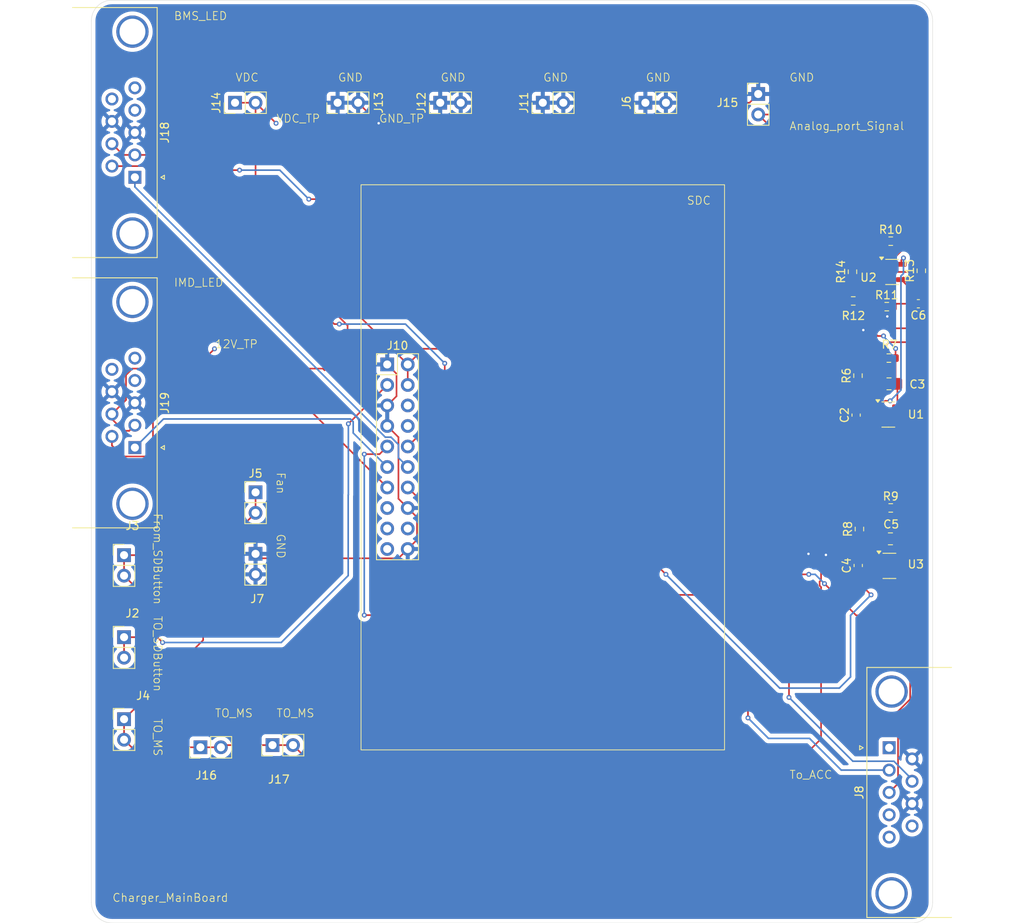
<source format=kicad_pcb>
(kicad_pcb (version 20221018) (generator pcbnew)
  (layers (0 "F.Cu" signal) (31 "B.Cu" signal) (34 "B.Paste" user) (35 "F.Paste" user) (36 "B.SilkS" user "B.Silkscreen") (37 "F.SilkS" user "F.Silkscreen") (38 "B.Mask" user) (39 "F.Mask" user) (44 "Edge.Cuts" user))
  (net 0 "")
  (net 1 "+12V")
  (net 2 "GND")
  (net 3 "+5V")
  (net 4 "Net-(U2--)")
  (net 5 "VDC")
  (net 6 "SDC_TO_SDBUTTON")
  (net 9 "BMS_FAULT")
  (net 10 "BMS_LED")
  (net 11 "IMD_RST")
  (net 12 "BMS_RST")
  (net 13 "IMD_LED")
  (net 14 "IMD_FAULT")
  (net 19 "Net-(U1-ADJ)")
  (net 20 "Net-(U3-ADJ)")
  (net 21 "FAN")
  (net 22 "Net-(U2-+)")
  (net 23 "charger_analog")
  (footprint "Connector_PinHeader_2.54mm:PinHeader_1x02_P2.54mm_Vertical" (layer "F.Cu") (at 4.04 61.12)
    (fp_text reference "J3" (at 1.04 -3.63) (layer "F.SilkS"))
    (fp_text value "Conn_01x02_Pin" hide)
    (pad "1" thru_hole rect (at 0 0) (size 1.7 1.7) (drill 1) (layers "*.Cu" "*.Mask") (net 21 "FAN"))
    (pad "2" thru_hole oval (at 0 2.54) (size 1.7 1.7) (drill 1) (layers "*.Cu" "*.Mask") (net 21 "FAN"))
  )
  (footprint "Connector_Dsub:DSUB-9_Female_Horizontal_P2.77x2.84mm_EdgePinOffset4.94mm_Housed_MountingHolesOffset7.48mm" (layer "F.Cu") (at 5.38 14.315 -90)
    (fp_text reference "J18" (at -5.54 -3.7 90) (layer "F.SilkS"))
    (fp_text value "DB9_5")
    (pad "0" thru_hole circle (at -18.04 0.3 270) (size 4 4) (drill 3.2) (layers "*.Cu" "*.Mask"))
    (pad "0" thru_hole circle (at 6.96 0.3 270) (size 4 4) (drill 3.2) (layers "*.Cu" "*.Mask"))
    (pad "1" thru_hole rect (at 0 0 270) (size 1.6 1.6) (drill 1) (layers "*.Cu" "*.Mask") (net 12 "BMS_RST"))
    (pad "2" thru_hole circle (at -2.77 0 270) (size 1.6 1.6) (drill 1) (layers "*.Cu" "*.Mask") (net 1 "+12V"))
    (pad "3" thru_hole circle (at -5.54 0 270) (size 1.6 1.6) (drill 1) (layers "*.Cu" "*.Mask") (net 2 "GND"))
    (pad "4" thru_hole circle (at -8.31 0 270) (size 1.6 1.6) (drill 1) (layers "*.Cu" "*.Mask"))
    (pad "5" thru_hole circle (at -11.08 0 270) (size 1.6 1.6) (drill 1) (layers "*.Cu" "*.Mask"))
    (pad "6" thru_hole circle (at -1.385 2.84 270) (size 1.6 1.6) (drill 1) (layers "*.Cu" "*.Mask") (net 10 "BMS_LED"))
    (pad "7" thru_hole circle (at -4.155 2.84 270) (size 1.6 1.6) (drill 1) (layers "*.Cu" "*.Mask") (net 1 "+12V"))
    (pad "8" thru_hole circle (at -6.925 2.84 270) (size 1.6 1.6) (drill 1) (layers "*.Cu" "*.Mask") (net 2 "GND"))
    (pad "9" thru_hole circle (at -9.695 2.84 270) (size 1.6 1.6) (drill 1) (layers "*.Cu" "*.Mask"))
  )
  (footprint "Package_TO_SOT_SMD:SOT-23-5" (layer "F.Cu") (at 98.6575 43.7)
    (fp_text reference "U1" (at 3.4225 -0.01) (layer "F.SilkS"))
    (fp_text value "AP2204K-ADJ")
    (pad "1" smd roundrect (at -1.1375 -0.95) (size 1.325 0.6) (layers "F.Cu" "F.Paste" "F.Mask") (net 1 "+12V"))
    (pad "2" smd roundrect (at -1.1375 0) (size 1.325 0.6) (layers "F.Cu" "F.Paste" "F.Mask") (net 2 "GND"))
    (pad "3" smd roundrect (at -1.1375 0.95) (size 1.325 0.6) (layers "F.Cu" "F.Paste" "F.Mask") (net 1 "+12V"))
    (pad "4" smd roundrect (at 1.1375 0.95) (size 1.325 0.6) (layers "F.Cu" "F.Paste" "F.Mask") (net 19 "Net-(U1-ADJ)"))
    (pad "5" smd roundrect (at 1.1375 -0.95) (size 1.325 0.6) (layers "F.Cu" "F.Paste" "F.Mask") (net 3 "+5V"))
  )
  (footprint "Capacitor_SMD:C_0805_2012Metric_Pad1.18x1.45mm_HandSolder" (layer "F.Cu") (at 98.7425 39.9 180)
    (fp_text reference "C3" (at -3.5075 -0.06) (layer "F.SilkS"))
    (fp_text value "10u" hide)
    (pad "1" smd roundrect (at -1.0375 0 180) (size 1.175 1.45) (layers "F.Cu" "F.Paste" "F.Mask") (roundrect_rratio 0.212766) (net 3 "+5V"))
    (pad "2" smd roundrect (at 1.0375 0 180) (size 1.175 1.45) (layers "F.Cu" "F.Paste" "F.Mask") (roundrect_rratio 0.212766) (net 2 "GND"))
  )
  (footprint "Connector_PinHeader_2.54mm:PinHeader_1x02_P2.54mm_Vertical" (layer "F.Cu") (at 17.78 5.08 90)
    (fp_text reference "J14" (at 0 -2.33 90) (layer "F.SilkS"))
    (fp_text value "Conn_01x02_Pin" hide)
    (pad "1" thru_hole rect (at 0 0 90) (size 1.7 1.7) (drill 1) (layers "*.Cu" "*.Mask") (net 5 "VDC"))
    (pad "2" thru_hole oval (at 0 2.54 90) (size 1.7 1.7) (drill 1) (layers "*.Cu" "*.Mask") (net 5 "VDC"))
  )
  (footprint "Capacitor_SMD:C_0603_1608Metric" (layer "F.Cu") (at 102.375 29.98 180)
    (fp_text reference "C6" (at 0 -1.43) (layer "F.SilkS"))
    (fp_text value "100n" hide)
    (pad "1" smd roundrect (at -0.775 0 180) (size 0.9 0.95) (layers "F.Cu" "F.Paste" "F.Mask") (net 4 "Net-(U2--)"))
    (pad "2" smd roundrect (at 0.775 0 180) (size 0.9 0.95) (layers "F.Cu" "F.Paste" "F.Mask") (net 2 "GND"))
  )
  (footprint "Package_TO_SOT_SMD:SOT-23-5" (layer "F.Cu") (at 98.7925 62.45)
    (fp_text reference "U3" (at 3.2675 -0.2) (layer "F.SilkS"))
    (fp_text value "AP2204K-ADJ")
    (pad "1" smd roundrect (at -1.1375 -0.95) (size 1.325 0.6) (layers "F.Cu" "F.Paste" "F.Mask") (net 5 "VDC"))
    (pad "2" smd roundrect (at -1.1375 0) (size 1.325 0.6) (layers "F.Cu" "F.Paste" "F.Mask") (net 2 "GND"))
    (pad "3" smd roundrect (at -1.1375 0.95) (size 1.325 0.6) (layers "F.Cu" "F.Paste" "F.Mask") (net 5 "VDC"))
    (pad "4" smd roundrect (at 1.1375 0.95) (size 1.325 0.6) (layers "F.Cu" "F.Paste" "F.Mask") (net 20 "Net-(U3-ADJ)"))
    (pad "5" smd roundrect (at 1.1375 -0.95) (size 1.325 0.6) (layers "F.Cu" "F.Paste" "F.Mask") (net 1 "+12V"))
  )
  (footprint "Resistor_SMD:R_0603_1608Metric" (layer "F.Cu") (at 98.955 55.27)
    (fp_text reference "R9" (at 0 -1.43) (layer "F.SilkS"))
    (fp_text value "301k")
    (pad "1" smd roundrect (at -0.825 0) (size 0.8 0.95) (layers "F.Cu" "F.Paste" "F.Mask") (net 1 "+12V"))
    (pad "2" smd roundrect (at 0.825 0) (size 0.8 0.95) (layers "F.Cu" "F.Paste" "F.Mask") (net 20 "Net-(U3-ADJ)"))
  )
  (footprint "Connector_Dsub:DSUB-9_Female_Horizontal_P2.77x2.84mm_EdgePinOffset4.94mm_Housed_MountingHolesOffset7.48mm" (layer "F.Cu") (at 98.76 84.975 90)
    (fp_text reference "J8" (at -5.54 -3.7 90) (layer "F.SilkS"))
    (fp_text value "DB9_5")
    (pad "0" thru_hole circle (at -18.04 0.3 90) (size 4 4) (drill 3.2) (layers "*.Cu" "*.Mask"))
    (pad "0" thru_hole circle (at 6.96 0.3 90) (size 4 4) (drill 3.2) (layers "*.Cu" "*.Mask"))
    (pad "1" thru_hole rect (at 0 0 90) (size 1.6 1.6) (drill 1) (layers "*.Cu" "*.Mask"))
    (pad "2" thru_hole circle (at -2.77 0 90) (size 1.6 1.6) (drill 1) (layers "*.Cu" "*.Mask") (net 9 "BMS_FAULT"))
    (pad "3" thru_hole circle (at -5.54 0 90) (size 1.6 1.6) (drill 1) (layers "*.Cu" "*.Mask") (net 1 "+12V"))
    (pad "4" thru_hole circle (at -8.31 0 90) (size 1.6 1.6) (drill 1) (layers "*.Cu" "*.Mask"))
    (pad "5" thru_hole circle (at -11.08 0 90) (size 1.6 1.6) (drill 1) (layers "*.Cu" "*.Mask"))
    (pad "6" thru_hole circle (at -1.385 2.84 90) (size 1.6 1.6) (drill 1) (layers "*.Cu" "*.Mask") (net 2 "GND"))
    (pad "7" thru_hole circle (at -4.155 2.84 90) (size 1.6 1.6) (drill 1) (layers "*.Cu" "*.Mask") (net 14 "IMD_FAULT"))
    (pad "8" thru_hole circle (at -6.925 2.84 90) (size 1.6 1.6) (drill 1) (layers "*.Cu" "*.Mask") (net 2 "GND"))
    (pad "9" thru_hole circle (at -9.695 2.84 90) (size 1.6 1.6) (drill 1) (layers "*.Cu" "*.Mask"))
  )
  (footprint "Resistor_SMD:R_0603_1608Metric" (layer "F.Cu") (at 98.725 36.71 180)
    (fp_text reference "R7" (at -0.075 1.68) (layer "F.SilkS"))
    (fp_text value "301k" hide)
    (pad "1" smd roundrect (at -0.825 0 180) (size 0.8 0.95) (layers "F.Cu" "F.Paste" "F.Mask") (net 3 "+5V"))
    (pad "2" smd roundrect (at 0.825 0 180) (size 0.8 0.95) (layers "F.Cu" "F.Paste" "F.Mask") (net 19 "Net-(U1-ADJ)"))
  )
  (footprint "Capacitor_SMD:C_0805_2012Metric_Pad1.18x1.45mm_HandSolder" (layer "F.Cu") (at 98.9175 59.1 180)
    (fp_text reference "C5" (at -0.0925 1.8) (layer "F.SilkS"))
    (fp_text value "10u" hide)
    (pad "1" smd roundrect (at -1.0375 0 180) (size 1.175 1.45) (layers "F.Cu" "F.Paste" "F.Mask") (roundrect_rratio 0.212766) (net 1 "+12V"))
    (pad "2" smd roundrect (at 1.0375 0 180) (size 1.175 1.45) (layers "F.Cu" "F.Paste" "F.Mask") (roundrect_rratio 0.212766) (net 2 "GND"))
  )
  (footprint "Resistor_SMD:R_0603_1608Metric" (layer "F.Cu") (at 95.08 57.885 90)
    (fp_text reference "R8" (at 0 -1.43 90) (layer "F.SilkS"))
    (fp_text value "100k" hide)
    (pad "1" smd roundrect (at -0.825 0 90) (size 0.8 0.95) (layers "F.Cu" "F.Paste" "F.Mask") (net 2 "GND"))
    (pad "2" smd roundrect (at 0.825 0 90) (size 0.8 0.95) (layers "F.Cu" "F.Paste" "F.Mask") (net 20 "Net-(U3-ADJ)"))
  )
  (footprint "Resistor_SMD:R_0603_1608Metric" (layer "F.Cu") (at 94.315 29.63)
    (fp_text reference "R12" (at 0.015 1.84) (layer "F.SilkS"))
    (fp_text value "10k" hide)
    (pad "1" smd roundrect (at -0.825 0) (size 0.8 0.95) (layers "F.Cu" "F.Paste" "F.Mask") (net 3 "+5V"))
    (pad "2" smd roundrect (at 0.825 0) (size 0.8 0.95) (layers "F.Cu" "F.Paste" "F.Mask") (net 4 "Net-(U2--)"))
  )
  (footprint "Resistor_SMD:R_0603_1608Metric" (layer "F.Cu") (at 98.955 22.23)
    (fp_text reference "R10" (at 0 -1.43) (layer "F.SilkS"))
    (fp_text value "100R" hide)
    (pad "1" smd roundrect (at -0.825 0) (size 0.8 0.95) (layers "F.Cu" "F.Paste" "F.Mask") (net 21 "FAN"))
    (pad "2" smd roundrect (at 0.825 0) (size 0.8 0.95) (layers "F.Cu" "F.Paste" "F.Mask") (net 22 "Net-(U2-+)"))
  )
  (footprint "Resistor_SMD:R_0603_1608Metric" (layer "F.Cu") (at 94.9 38.885 90)
    (fp_text reference "R6" (at 0 -1.43 90) (layer "F.SilkS"))
    (fp_text value "100k" hide)
    (pad "1" smd roundrect (at -0.825 0 90) (size 0.8 0.95) (layers "F.Cu" "F.Paste" "F.Mask") (net 2 "GND"))
    (pad "2" smd roundrect (at 0.825 0 90) (size 0.8 0.95) (layers "F.Cu" "F.Paste" "F.Mask") (net 19 "Net-(U1-ADJ)"))
  )
  (footprint "Connector_PinHeader_2.54mm:PinHeader_1x02_P2.54mm_Vertical" (layer "F.Cu") (at 13.49 84.92 90)
    (fp_text reference "J16" (at -3.48 0.72 180) (layer "F.SilkS"))
    (fp_text value "Conn_01x02_Pin" hide)
    (pad "1" thru_hole rect (at 0 0 90) (size 1.7 1.7) (drill 1) (layers "*.Cu" "*.Mask") (net 21 "FAN"))
    (pad "2" thru_hole oval (at 0 2.54 90) (size 1.7 1.7) (drill 1) (layers "*.Cu" "*.Mask") (net 21 "FAN"))
  )
  (footprint "Connector_PinHeader_2.54mm:PinHeader_1x02_P2.54mm_Vertical" (layer "F.Cu") (at 4.04 71.28)
    (fp_text reference "J2" (at 1.04 -2.95) (layer "F.SilkS"))
    (fp_text value "Conn_01x02_Pin" hide)
    (pad "1" thru_hole rect (at 0 0) (size 1.7 1.7) (drill 1) (layers "*.Cu" "*.Mask") (net 6 "SDC_TO_SDBUTTON"))
    (pad "2" thru_hole oval (at 0 2.54) (size 1.7 1.7) (drill 1) (layers "*.Cu" "*.Mask") (net 6 "SDC_TO_SDBUTTON"))
  )
  (footprint "Connector_Dsub:DSUB-9_Female_Horizontal_P2.77x2.84mm_EdgePinOffset4.94mm_Housed_MountingHolesOffset7.48mm" (layer "F.Cu") (at 5.38 47.795 -90)
    (fp_text reference "J19" (at -5.54 -3.7 90) (layer "F.SilkS"))
    (fp_text value "DB9_5")
    (pad "0" thru_hole circle (at -18.04 0.3 270) (size 4 4) (drill 3.2) (layers "*.Cu" "*.Mask"))
    (pad "0" thru_hole circle (at 6.96 0.3 270) (size 4 4) (drill 3.2) (layers "*.Cu" "*.Mask"))
    (pad "1" thru_hole rect (at 0 0 270) (size 1.6 1.6) (drill 1) (layers "*.Cu" "*.Mask") (net 11 "IMD_RST"))
    (pad "2" thru_hole circle (at -2.77 0 270) (size 1.6 1.6) (drill 1) (layers "*.Cu" "*.Mask") (net 1 "+12V"))
    (pad "3" thru_hole circle (at -5.54 0 270) (size 1.6 1.6) (drill 1) (layers "*.Cu" "*.Mask") (net 2 "GND"))
    (pad "4" thru_hole circle (at -8.31 0 270) (size 1.6 1.6) (drill 1) (layers "*.Cu" "*.Mask"))
    (pad "5" thru_hole circle (at -11.08 0 270) (size 1.6 1.6) (drill 1) (layers "*.Cu" "*.Mask"))
    (pad "6" thru_hole circle (at -1.385 2.84 270) (size 1.6 1.6) (drill 1) (layers "*.Cu" "*.Mask") (net 13 "IMD_LED"))
    (pad "7" thru_hole circle (at -4.155 2.84 270) (size 1.6 1.6) (drill 1) (layers "*.Cu" "*.Mask") (net 1 "+12V"))
    (pad "8" thru_hole circle (at -6.925 2.84 270) (size 1.6 1.6) (drill 1) (layers "*.Cu" "*.Mask") (net 2 "GND"))
    (pad "9" thru_hole circle (at -9.695 2.84 270) (size 1.6 1.6) (drill 1) (layers "*.Cu" "*.Mask"))
  )
  (footprint "Connector_PinHeader_2.54mm:PinHeader_1x02_P2.54mm_Vertical" (layer "F.Cu") (at 30.48 5.08 90)
    (fp_text reference "J13" (at 0 5.08 90) (layer "F.SilkS"))
    (fp_text value "Conn_01x02_Pin" hide)
    (pad "1" thru_hole rect (at 0 0 90) (size 1.7 1.7) (drill 1) (layers "*.Cu" "*.Mask") (net 2 "GND"))
    (pad "2" thru_hole oval (at 0 2.54 90) (size 1.7 1.7) (drill 1) (layers "*.Cu" "*.Mask") (net 2 "GND"))
  )
  (footprint "Connector_PinHeader_2.54mm:PinHeader_1x02_P2.54mm_Vertical" (layer "F.Cu") (at 4.04 81.44)
    (fp_text reference "J4" (at 2.36 -2.9) (layer "F.SilkS"))
    (fp_text value "Conn_01x02_Pin" hide)
    (pad "1" thru_hole rect (at 0 0) (size 1.7 1.7) (drill 1) (layers "*.Cu" "*.Mask") (net 21 "FAN"))
    (pad "2" thru_hole oval (at 0 2.54) (size 1.7 1.7) (drill 1) (layers "*.Cu" "*.Mask") (net 21 "FAN"))
  )
  (footprint "Connector_PinHeader_2.54mm:PinHeader_1x02_P2.54mm_Vertical" (layer "F.Cu") (at 20.32 53.34)
    (fp_text reference "J5" (at 0 -2.33) (layer "F.SilkS"))
    (fp_text value "Conn_01x02_Pin" hide)
    (pad "1" thru_hole rect (at 0 0) (size 1.7 1.7) (drill 1) (layers "*.Cu" "*.Mask") (net 21 "FAN"))
    (pad "2" thru_hole oval (at 0 2.54) (size 1.7 1.7) (drill 1) (layers "*.Cu" "*.Mask") (net 21 "FAN"))
  )
  (footprint "Connector_PinHeader_2.54mm:PinHeader_1x02_P2.54mm_Vertical" (layer "F.Cu") (at 20.32 60.96)
    (fp_text reference "J7" (at 0.21 5.58) (layer "F.SilkS"))
    (fp_text value "Conn_01x02_Pin" hide)
    (pad "1" thru_hole rect (at 0 0) (size 1.7 1.7) (drill 1) (layers "*.Cu" "*.Mask") (net 2 "GND"))
    (pad "2" thru_hole oval (at 0 2.54) (size 1.7 1.7) (drill 1) (layers "*.Cu" "*.Mask") (net 2 "GND"))
  )
  (footprint "Connector_PinHeader_2.54mm:PinHeader_2x10_P2.54mm_Vertical" (layer "F.Cu") (at 36.62 37.5)
    (fp_text reference "J10" (at 1.27 -2.33) (layer "F.SilkS"))
    (fp_text value "Conn_02x10_Odd_Even" hide)
    (pad "1" thru_hole rect (at 0 0) (size 1.7 1.7) (drill 1) (layers "*.Cu" "*.Mask") (net 2 "GND"))
    (pad "2" thru_hole oval (at 2.54 0) (size 1.7 1.7) (drill 1) (layers "*.Cu" "*.Mask") (net 5 "VDC"))
    (pad "3" thru_hole oval (at 0 2.54) (size 1.7 1.7) (drill 1) (layers "*.Cu" "*.Mask") (net 6 "SDC_TO_SDBUTTON"))
    (pad "4" thru_hole oval (at 2.54 2.54) (size 1.7 1.7) (drill 1) (layers "*.Cu" "*.Mask") (net 5 "VDC"))
    (pad "5" thru_hole oval (at 0 5.08) (size 1.7 1.7) (drill 1) (layers "*.Cu" "*.Mask") (net 2 "GND"))
    (pad "6" thru_hole oval (at 2.54 5.08) (size 1.7 1.7) (drill 1) (layers "*.Cu" "*.Mask"))
    (pad "7" thru_hole oval (at 0 7.62) (size 1.7 1.7) (drill 1) (layers "*.Cu" "*.Mask") (net 2 "GND"))
    (pad "8" thru_hole oval (at 2.54 7.62) (size 1.7 1.7) (drill 1) (layers "*.Cu" "*.Mask"))
    (pad "9" thru_hole oval (at 0 10.16) (size 1.7 1.7) (drill 1) (layers "*.Cu" "*.Mask") (net 9 "BMS_FAULT"))
    (pad "10" thru_hole oval (at 2.54 10.16) (size 1.7 1.7) (drill 1) (layers "*.Cu" "*.Mask") (net 10 "BMS_LED"))
    (pad "11" thru_hole oval (at 0 12.7) (size 1.7 1.7) (drill 1) (layers "*.Cu" "*.Mask") (net 11 "IMD_RST"))
    (pad "12" thru_hole oval (at 2.54 12.7) (size 1.7 1.7) (drill 1) (layers "*.Cu" "*.Mask") (net 12 "BMS_RST"))
    (pad "13" thru_hole oval (at 0 15.24) (size 1.7 1.7) (drill 1) (layers "*.Cu" "*.Mask") (net 13 "IMD_LED"))
    (pad "14" thru_hole oval (at 2.54 15.24) (size 1.7 1.7) (drill 1) (layers "*.Cu" "*.Mask") (net 14 "IMD_FAULT"))
    (pad "15" thru_hole oval (at 0 17.78) (size 1.7 1.7) (drill 1) (layers "*.Cu" "*.Mask"))
    (pad "16" thru_hole oval (at 2.54 17.78) (size 1.7 1.7) (drill 1) (layers "*.Cu" "*.Mask") (net 2 "GND"))
    (pad "17" thru_hole oval (at 0 20.32) (size 1.7 1.7) (drill 1) (layers "*.Cu" "*.Mask"))
    (pad "18" thru_hole oval (at 2.54 20.32) (size 1.7 1.7) (drill 1) (layers "*.Cu" "*.Mask"))
    (pad "19" thru_hole oval (at 0 22.86) (size 1.7 1.7) (drill 1) (layers "*.Cu" "*.Mask"))
    (pad "20" thru_hole oval (at 2.54 22.86) (size 1.7 1.7) (drill 1) (layers "*.Cu" "*.Mask") (net 2 "GND"))
  )
  (footprint "Connector_PinHeader_2.54mm:PinHeader_1x02_P2.54mm_Vertical" (layer "F.Cu") (at 55.88 5.08 90)
    (fp_text reference "J11" (at 0 -2.33 90) (layer "F.SilkS"))
    (fp_text value "Conn_01x02_Pin" hide)
    (pad "1" thru_hole rect (at 0 0 90) (size 1.7 1.7) (drill 1) (layers "*.Cu" "*.Mask") (net 2 "GND"))
    (pad "2" thru_hole oval (at 0 2.54 90) (size 1.7 1.7) (drill 1) (layers "*.Cu" "*.Mask") (net 2 "GND"))
  )
  (footprint "Resistor_SMD:R_0603_1608Metric" (layer "F.Cu") (at 102.743 25.895 90)
    (fp_text reference "R13" (at 0 -1.43 90) (layer "F.SilkS"))
    (fp_text value "10k" hide)
    (pad "1" smd roundrect (at -0.825 0 90) (size 0.8 0.95) (layers "F.Cu" "F.Paste" "F.Mask") (net 4 "Net-(U2--)"))
    (pad "2" smd roundrect (at 0.825 0 90) (size 0.8 0.95) (layers "F.Cu" "F.Paste" "F.Mask") (net 2 "GND"))
  )
  (footprint "Connector_PinHeader_2.54mm:PinHeader_1x02_P2.54mm_Vertical" (layer "F.Cu") (at 82.55 4)
    (fp_text reference "J15" (at -3.81 1.08) (layer "F.SilkS"))
    (fp_text value "Conn_01x02_Pin" hide)
    (pad "1" thru_hole rect (at 0 0) (size 1.7 1.7) (drill 1) (layers "*.Cu" "*.Mask") (net 2 "GND"))
    (pad "2" thru_hole oval (at 0 2.54) (size 1.7 1.7) (drill 1) (layers "*.Cu" "*.Mask") (net 23 "charger_analog"))
  )
  (footprint "Connector_PinHeader_2.54mm:PinHeader_1x02_P2.54mm_Vertical" (layer "F.Cu") (at 68.58 5.08 90)
    (fp_text reference "J6" (at 0 -2.33 90) (layer "F.SilkS"))
    (fp_text value "Conn_01x02_Pin" hide)
    (pad "1" thru_hole rect (at 0 0 90) (size 1.7 1.7) (drill 1) (layers "*.Cu" "*.Mask") (net 2 "GND"))
    (pad "2" thru_hole oval (at 0 2.54 90) (size 1.7 1.7) (drill 1) (layers "*.Cu" "*.Mask") (net 2 "GND"))
  )
  (footprint "Connector_PinHeader_2.54mm:PinHeader_1x02_P2.54mm_Vertical" (layer "F.Cu") (at 43.18 5.08 90)
    (fp_text reference "J12" (at 0 -2.33 90) (layer "F.SilkS"))
    (fp_text value "Conn_01x02_Pin" hide)
    (pad "1" thru_hole rect (at 0 0 90) (size 1.7 1.7) (drill 1) (layers "*.Cu" "*.Mask") (net 2 "GND"))
    (pad "2" thru_hole oval (at 0 2.54 90) (size 1.7 1.7) (drill 1) (layers "*.Cu" "*.Mask") (net 2 "GND"))
  )
  (footprint "Resistor_SMD:R_0603_1608Metric" (layer "F.Cu") (at 98.465 30.34)
    (fp_text reference "R11" (at 0 -1.43) (layer "F.SilkS"))
    (fp_text value "100k" hide)
    (pad "1" smd roundrect (at -0.825 0) (size 0.8 0.95) (layers "F.Cu" "F.Paste" "F.Mask") (net 22 "Net-(U2-+)"))
    (pad "2" smd roundrect (at 0.825 0) (size 0.8 0.95) (layers "F.Cu" "F.Paste" "F.Mask") (net 2 "GND"))
  )
  (footprint "Package_TO_SOT_SMD:SOT-23-5" (layer "F.Cu") (at 99.1225 26.04)
    (fp_text reference "U2" (at -2.9325 0.69) (layer "F.SilkS"))
    (fp_text value "TLV2371DBV")
    (pad "1" smd roundrect (at -1.1375 -0.95) (size 1.325 0.6) (layers "F.Cu" "F.Paste" "F.Mask") (net 23 "charger_analog"))
    (pad "2" smd roundrect (at -1.1375 0) (size 1.325 0.6) (layers "F.Cu" "F.Paste" "F.Mask") (net 2 "GND"))
    (pad "3" smd roundrect (at -1.1375 0.95) (size 1.325 0.6) (layers "F.Cu" "F.Paste" "F.Mask") (net 22 "Net-(U2-+)"))
    (pad "4" smd roundrect (at 1.1375 0.95) (size 1.325 0.6) (layers "F.Cu" "F.Paste" "F.Mask") (net 4 "Net-(U2--)"))
    (pad "5" smd roundrect (at 1.1375 -0.95) (size 1.325 0.6) (layers "F.Cu" "F.Paste" "F.Mask") (net 1 "+12V"))
  )
  (footprint "Resistor_SMD:R_0603_1608Metric" (layer "F.Cu") (at 94.22 26.015 90)
    (fp_text reference "R14" (at 0 -1.43 90) (layer "F.SilkS"))
    (fp_text value "1k" hide)
    (pad "1" smd roundrect (at -0.825 0 90) (size 0.8 0.95) (layers "F.Cu" "F.Paste" "F.Mask") (net 3 "+5V"))
    (pad "2" smd roundrect (at 0.825 0 90) (size 0.8 0.95) (layers "F.Cu" "F.Paste" "F.Mask") (net 23 "charger_analog"))
  )
  (footprint "Capacitor_SMD:C_0603_1608Metric_Pad1.08x0.95mm_HandSolder" (layer "F.Cu") (at 94.93 62.4025 90)
    (fp_text reference "C4" (at 0 -1.43 90) (layer "F.SilkS"))
    (fp_text value "1u" hide)
    (pad "1" smd roundrect (at -0.8625 0 90) (size 1.075 0.95) (layers "F.Cu" "F.Paste" "F.Mask") (net 5 "VDC"))
    (pad "2" smd roundrect (at 0.8625 0 90) (size 1.075 0.95) (layers "F.Cu" "F.Paste" "F.Mask") (net 2 "GND"))
  )
  (footprint "Capacitor_SMD:C_0603_1608Metric_Pad1.08x0.95mm_HandSolder" (layer "F.Cu") (at 94.67 43.7725 90)
    (fp_text reference "C2" (at 0 -1.43 90) (layer "F.SilkS"))
    (fp_text value "1u" hide)
    (pad "1" smd roundrect (at -0.8625 0 90) (size 1.075 0.95) (layers "F.Cu" "F.Paste" "F.Mask") (net 1 "+12V"))
    (pad "2" smd roundrect (at 0.8625 0 90) (size 1.075 0.95) (layers "F.Cu" "F.Paste" "F.Mask") (net 2 "GND"))
  )
  (footprint "Connector_PinHeader_2.54mm:PinHeader_1x02_P2.54mm_Vertical" (layer "F.Cu") (at 22.42 84.65 90)
    (fp_text reference "J17" (at -4.25 0.78 180) (layer "F.SilkS"))
    (fp_text value "Conn_01x02_Pin" hide)
    (pad "1" thru_hole rect (at 0 0 90) (size 1.7 1.7) (drill 1) (layers "*.Cu" "*.Mask") (net 21 "FAN"))
    (pad "2" thru_hole oval (at 0 2.54 90) (size 1.7 1.7) (drill 1) (layers "*.Cu" "*.Mask") (net 21 "FAN"))
  )
  (gr_rect (start 33.38 15.24) (end 78.38 85.24) (stroke (width 0.1)) (fill none) (layer "F.SilkS"))
  (gr_arc (start 2.54 106.68) (mid 0.743949 105.936051) (end 0 104.14) (stroke (width 0.05)) (layer "Edge.Cuts"))
  (gr_line (start 101.6 106.68) (end 2.54 106.68) (stroke (width 0.05)) (layer "Edge.Cuts"))
  (gr_line (start 104.14 -5.08) (end 104.14 104.14) (stroke (width 0.05)) (layer "Edge.Cuts"))
  (gr_line (start 0 104.14) (end 0 -5.08) (stroke (width 0.05)) (layer "Edge.Cuts"))
  (gr_arc (start 101.6 -7.62) (mid 103.396051 -6.876051) (end 104.14 -5.08) (stroke (width 0.05)) (layer "Edge.Cuts"))
  (gr_arc (start 0 -5.08) (mid 0.743949 -6.876051) (end 2.54 -7.62) (stroke (width 0.05)) (layer "Edge.Cuts"))
  (gr_arc (start 104.14 104.14) (mid 103.396051 105.936051) (end 101.6 106.68) (stroke (width 0.05)) (layer "Edge.Cuts"))
  (gr_line (start 2.54 -7.62) (end 101.6 -7.62) (stroke (width 0.05)) (layer "Edge.Cuts"))
  (gr_text "Analog_port_Signal\n\n" (at 86.36 10.16) (layer "F.SilkS") (effects (font (size 1 1) (thickness 0.1)) (justify left bottom)))
  (gr_text "GND_TP\n" (at 35.56 7.62) (layer "F.SilkS") (effects (font (size 1 1) (thickness 0.1)) (justify left bottom)))
  (gr_text "SDC" (at 73.66 17.78) (layer "F.SilkS") (effects (font (size 1 1) (thickness 0.1)) (justify left bottom)))
  (gr_text "GND" (at 86.36 2.54) (layer "F.SilkS") (effects (font (size 1 1) (thickness 0.1)) (justify left bottom)))
  (gr_text "TO_SDButton\n" (at 7.62 68.58 -90) (layer "F.SilkS") (effects (font (size 1 1) (thickness 0.1)) (justify left bottom)))
  (gr_text "GND" (at 22.86 58.42 270) (layer "F.SilkS") (effects (font (size 1 1) (thickness 0.1)) (justify left bottom)))
  (gr_text "TO_MS\n" (at 7.62 81.28 270) (layer "F.SilkS") (effects (font (size 1 1) (thickness 0.1)) (justify left bottom)))
  (gr_text "GND" (at 68.58 2.54) (layer "F.SilkS") (effects (font (size 1 1) (thickness 0.1)) (justify left bottom)))
  (gr_text "IMD_LED\n" (at 10.16 27.94) (layer "F.SilkS") (effects (font (size 1 1) (thickness 0.1)) (justify left bottom)))
  (gr_text "12V_TP\n" (at 15.24 35.56) (layer "F.SilkS") (effects (font (size 1 1) (thickness 0.1)) (justify left bottom)))
  (gr_text "GND" (at 55.88 2.54) (layer "F.SilkS") (effects (font (size 1 1) (thickness 0.1)) (justify left bottom)))
  (gr_text "TO_MS\n" (at 22.86 81.28) (layer "F.SilkS") (effects (font (size 1 1) (thickness 0.1)) (justify left bottom)))
  (gr_text "GND" (at 43.18 2.54) (layer "F.SilkS") (effects (font (size 1 1) (thickness 0.1)) (justify left bottom)))
  (gr_text "GND" (at 30.48 2.54) (layer "F.SilkS") (effects (font (size 1 1) (thickness 0.1)) (justify left bottom)))
  (gr_text "VDC_TP\n" (at 22.86 7.62) (layer "F.SilkS") (effects (font (size 1 1) (thickness 0.1)) (justify left bottom)))
  (gr_text "TO_MS\n" (at 15.24 81.28) (layer "F.SilkS") (effects (font (size 1 1) (thickness 0.1)) (justify left bottom)))
  (gr_text "Charger_MainBoard" (at 2.54 104.14) (layer "F.SilkS") (effects (font (size 1 1) (thickness 0.1)) (justify left bottom)))
  (gr_text "BMS_LED\n" (at 10.16 -5.08) (layer "F.SilkS") (effects (font (size 1 1) (thickness 0.1)) (justify left bottom)))
  (gr_text "To_ACC\n" (at 86.36 88.9) (layer "F.SilkS") (effects (font (size 1 1) (thickness 0.1)) (justify left bottom)))
  (gr_text "Fan\n" (at 22.86 50.8 270) (layer "F.SilkS") (effects (font (size 1 1) (thickness 0.1)) (justify left bottom)))
  (gr_text "From_SDButton\n" (at 7.62 55.88 270) (layer "F.SilkS") (effects (font (size 1 1) (thickness 0.1)) (justify left bottom)))
  (gr_text "VDC\n" (at 17.78 2.54) (layer "F.SilkS") (effects (font (size 1 1) (thickness 0.1)) (justify left bottom)))
  (segment (start 100.26 25.09) (end 100.26 24.58) (width 0.2) (layer "F.Cu") (net 1))
  (segment (start 98.905 54.495) (end 100.215 54.495) (width 0.2) (layer "F.Cu") (net 1))
  (segment (start 97.52 42.75) (end 98.182499 42.75) (width 0.2) (layer "F.Cu") (net 1))
  (segment (start 98.976526 65.956526) (end 101.36 68.34) (width 0.2) (layer "F.Cu") (net 1))
  (segment (start 13.224265 14.185735) (end 10.58353 11.545) (width 0.2) (layer "F.Cu") (net 1))
  (segment (start 99.93 62.03) (end 99.93 61.5) (width 0.2) (layer "F.Cu") (net 1))
  (segment (start 98.9675 62.9925) (end 99.93 62.03) (width 0.2) (layer "F.Cu") (net 1))
  (segment (start 32.830685 17.025) (end 79.305685 63.5) (width 0.2) (layer "F.Cu") (net 1))
  (segment (start 12.46853 13.43) (end 12.219265 13.180735) (width 0.2) (layer "F.Cu") (net 1))
  (segment (start 2.54 43.64) (end 2.54 44.265) (width 0.2) (layer "F.Cu") (net 1))
  (segment (start 94.67 44.635) (end 94.67 51.81) (width 0.2) (layer "F.Cu") (net 1))
  (segment (start 99.955 59.1) (end 99.955 61.475) (width 0.2) (layer "F.Cu") (net 1))
  (segment (start 100.633052 64) (end 99.226948 64) (width 0.2) (layer "F.Cu") (net 1))
  (segment (start 98.182499 42.75) (end 98.4825 43.050001) (width 0.2) (layer "F.Cu") (net 1))
  (segment (start 98.88 42.01) (end 98.26 42.01) (width 0.2) (layer "F.Cu") (net 1))
  (segment (start 101.36 78.967692) (end 99.86 80.467692) (width 0.2) (layer "F.Cu") (net 1))
  (segment (start 32.830685 17.025) (end 26.915 17.025) (width 0.2) (layer "F.Cu") (net 1))
  (segment (start 5.38 11.545) (end 3.925 11.545) (width 0.2) (layer "F.Cu") (net 1))
  (segment (start 98.26 42.01) (end 97.52 42.75) (width 0.2) (layer "F.Cu") (net 1))
  (segment (start 79.305685 63.5) (end 88.81 63.5) (width 0.2) (layer "F.Cu") (net 1))
  (segment (start 99.226948 64) (end 98.9675 63.740552) (width 0.2) (layer "F.Cu") (net 1))
  (segment (start 101.86 62.773052) (end 100.633052 64) (width 0.2) (layer "F.Cu") (net 1))
  (segment (start 100.215 54.495) (end 101.86 56.14) (width 0.2) (layer "F.Cu") (net 1))
  (segment (start 99.955 61.475) (end 99.93 61.5) (width 0.2) (layer "F.Cu") (net 1))
  (segment (start 12.7 38.01) (end 5.08 38.01) (width 0.2) (layer "F.Cu") (net 1))
  (segment (start 4.685 45.72) (end 5.38 45.025) (width 0.2) (layer "F.Cu") (net 1))
  (segment (start 99.86 80.467692) (end 99.86 89.415) (width 0.2) (layer "F.Cu") (net 1))
  (segment (start 99.86 89.415) (end 98.76 90.515) (width 0.2) (layer "F.Cu") (net 1))
  (segment (start 13.224265 14.185735) (end 31.71 32.671471) (width 0.2) (layer "F.Cu") (net 1))
  (segment (start 2.54 44.265) (end 3.995 45.72) (width 0.2) (layer "F.Cu") (net 1))
  (segment (start 94.67 51.81) (end 98.13 55.27) (width 0.2) (layer "F.Cu") (net 1))
  (segment (start 12.79 38.01) (end 15.24 35.56) (width 0.2) (layer "F.Cu") (net 1))
  (segment (start 18.34 13.43) (end 12.46853 13.43) (width 0.2) (layer "F.Cu") (net 1))
  (segment (start 94.685 44.65) (end 94.67 44.635) (width 0.2) (layer "F.Cu") (net 1))
  (segment (start 98.4825 44.349999) (end 98.182499 44.65) (width 0.2) (layer "F.Cu") (net 1))
  (segment (start 4.28 41.9) (end 2.54 43.64) (width 0.2) (layer "F.Cu") (net 1))
  (segment (start 88.85 63.54) (end 88.81 63.5) (width 0.2) (layer "F.Cu") (net 1))
  (segment (start 99.226948 65.706104) (end 99.226948 64) (width 0.2) (layer "F.Cu") (net 1))
  (segment (start 100.26 24.58) (end 100.53 24.31) (width 0.2) (layer "F.Cu") (net 1))
  (segment (start 96.353052 68.58) (end 98.976526 65.956526) (width 0.2) (layer "F.Cu") (net 1))
  (segment (start 94.68 68.58) (end 96.353052 68.58) (width 0.2) (layer "F.Cu") (net 1))
  (segment (start 90.75 64.65) (end 94.68 68.58) (width 0.2) (layer "F.Cu") (net 1))
  (segment (start 10.58353 11.545) (end 5.38 11.545) (width 0.2) (layer "F.Cu") (net 1))
  (segment (start 28.66 38.01) (end 12.7 38.01) (width 0.2) (layer "F.Cu") (net 1))
  (segment (start 4.28 38.81) (end 4.28 41.9) (width 0.2) (layer "F.Cu") (net 1))
  (segment (start 98.4825 43.050001) (end 98.4825 44.349999) (width 0.2) (layer "F.Cu") (net 1))
  (segment (start 5.08 38.01) (end 4.28 38.81) (width 0.2) (layer "F.Cu") (net 1))
  (segment (start 101.36 68.34) (end 101.36 78.967692) (width 0.2) (layer "F.Cu") (net 1))
  (segment (start 31.71 35.36) (end 28.86 38.21) (width 0.2) (layer "F.Cu") (net 1))
  (segment (start 31.71 32.671471) (end 31.71 35.36) (width 0.2) (layer "F.Cu") (net 1))
  (segment (start 28.86 38.21) (end 28.66 38.01) (width 0.2) (layer "F.Cu") (net 1))
  (segment (start 97.52 44.65) (end 94.685 44.65) (width 0.2) (layer "F.Cu") (net 1))
  (segment (start 98.13 55.27) (end 98.905 54.495) (width 0.2) (layer "F.Cu") (net 1))
  (segment (start 98.182499 44.65) (end 97.52 44.65) (width 0.2) (layer "F.Cu") (net 1))
  (segment (start 26.78 16.89) (end 26.915 17.025) (width 0.2) (layer "F.Cu") (net 1))
  (segment (start 3.995 45.72) (end 4.685 45.72) (width 0.2) (layer "F.Cu") (net 1))
  (segment (start 98.9675 63.740552) (end 98.9675 62.9925) (width 0.2) (layer "F.Cu") (net 1))
  (segment (start 101.86 56.14) (end 101.86 62.773052) (width 0.2) (layer "F.Cu") (net 1))
  (segment (start 98.976526 65.956526) (end 99.226948 65.706104) (width 0.2) (layer "F.Cu") (net 1))
  (segment (start 3.925 11.545) (end 2.54 10.16) (width 0.2) (layer "F.Cu") (net 1))
  (segment (start 12.7 38.01) (end 12.79 38.01) (width 0.2) (layer "F.Cu") (net 1))
  (via (at 98.88 42.01) (size 0.6) (drill 0.3) (layers "F.Cu" "B.Cu") (net 1))
  (via (at 100.53 24.31) (size 0.6) (drill 0.3) (layers "F.Cu" "B.Cu") (net 1))
  (via (at 88.81 63.5) (size 0.6) (drill 0.3) (layers "F.Cu" "B.Cu") (net 1))
  (via (at 18.34 13.43) (size 0.6) (drill 0.3) (layers "F.Cu" "B.Cu") (net 1))
  (via (at 15.24 35.56) (size 0.6) (drill 0.3) (layers "F.Cu" "B.Cu") (net 1))
  (via (at 90.75 64.65) (size 0.6) (drill 0.3) (layers "F.Cu" "B.Cu") (net 1))
  (via (at 26.915 17.025) (size 0.6) (drill 0.3) (layers "F.Cu" "B.Cu") (net 1))
  (segment (start 88.81 63.5) (end 89.6 63.5) (width 0.2) (layer "B.Cu") (net 1))
  (segment (start 100.53 26.232713) (end 100.22 26.542713) (width 0.2) (layer "B.Cu") (net 1))
  (segment (start 89.6 63.5) (end 90.75 64.65) (width 0.2) (layer "B.Cu") (net 1))
  (segment (start 100.22 26.542713) (end 100.22 40.67) (width 0.2) (layer "B.Cu") (net 1))
  (segment (start 26.915 17.025) (end 23.32 13.43) (width 0.2) (layer "B.Cu") (net 1))
  (segment (start 100.22 40.67) (end 98.88 42.01) (width 0.2) (layer "B.Cu") (net 1))
  (segment (start 100.53 24.31) (end 100.53 26.232713) (width 0.2) (layer "B.Cu") (net 1))
  (segment (start 23.32 13.43) (end 18.34 13.43) (width 0.2) (layer "B.Cu") (net 1))
  (segment (start 99.29 30.34) (end 99.29 26.11) (width 0.2) (layer "F.Cu") (net 2))
  (segment (start 40.31 59.21) (end 40.31 56.43) (width 0.2) (layer "F.Cu") (net 2))
  (segment (start 81.47 5.08) (end 82.55 4) (width 0.2) (layer "F.Cu") (net 2))
  (segment (start 99.65 29.98) (end 101.6 29.98) (width 0.2) (layer "F.Cu") (net 2))
  (segment (start 103.26 25.07) (end 103.26 18.034315) (width 0.2) (layer "F.Cu") (net 2))
  (segment (start 97.15 4) (end 82.55 4) (width 0.2) (layer "F.Cu") (net 2))
  (segment (start 45.72 5.08) (end 55.88 5.08) (width 0.2) (layer "F.Cu") (net 2))
  (segment (start 95.56 33.24) (end 94.125 34.675) (width 0.2) (layer "F.Cu") (net 2))
  (segment (start 102.743 25.587) (end 102.743 25.07) (width 0.2) (layer "F.Cu") (net 2))
  (segment (start 91.38 61.54) (end 94.93 61.54) (width 0.2) (layer "F.Cu") (net 2))
  (segment (start 99.29 30.34) (end 99.29 30.79) (width 0.2) (layer "F.Cu") (net 2))
  (segment (start 20.87 61.51) (end 38.01 61.51) (width 0.2) (layer "F.Cu") (net 2))
  (segment (start 20.32 60.96) (end 20.87 61.51) (width 0.2) (layer "F.Cu") (net 2))
  (segment (start 103.25 18.024315) (end 103.25 10.1) (width 0.2) (layer "F.Cu") (net 2))
  (segment (start 103.26 18.034315) (end 103.25 18.024315) (width 0.2) (layer "F.Cu") (net 2))
  (segment (start 30.48 5.08) (end 33.02 5.08) (width 0.2) (layer "F.Cu") (net 2))
  (segment (start 94.125 34.675) (end 94.125 38.935) (width 0.2) (layer "F.Cu") (net 2))
  (segment (start 97.515 39.71) (end 97.705 39.9) (width 0.2) (layer "F.Cu") (net 2))
  (segment (start 38.01 54.13) (end 38.01 46.51) (width 0.2) (layer "F.Cu") (net 2))
  (segment (start 20.32 60.96) (end 20.32 63.5) (width 0.2) (layer "F.Cu") (net 2))
  (segment (start 93.895 43.685) (end 94.67 42.91) (width 0.2) (layer "F.Cu") (net 2))
  (segment (start 95.08 61.39) (end 94.93 61.54) (width 0.2) (layer "F.Cu") (net 2))
  (segment (start 58.42 5.08) (end 68.58 5.08) (width 0.2) (layer "F.Cu") (net 2))
  (segment (start 33.02 5.08) (end 35.56 7.62) (width 0.2) (layer "F.Cu") (net 2))
  (segment (start 94.9 42.68) (end 94.67 42.91) (width 0.2) (layer "F.Cu") (net 2))
  (segment (start 95.46 43.7) (end 94.67 42.91) (width 0.2) (layer "F.Cu") (net 2))
  (segment (start 39.16 60.36) (end 40.31 59.21) (width 0.2) (layer "F.Cu") (net 2))
  (segment (start 38.01 61.51) (end 39.16 60.36) (width 0.2) (layer "F.Cu") (net 2))
  (segment (start 36.62 42.58) (end 36.62 45.12) (width 0.2) (layer "F.Cu") (net 2))
  (segment (start 37.77 38.65) (end 37.77 41.43) (width 0.2) (layer "F.Cu") (net 2))
  (segment (start 97.88 59.1) (end 95.47 59.1) (width 0.2) (layer "F.Cu") (net 2))
  (segment (start 43.18 5.08) (end 45.72 5.08) (width 0.2) (layer "F.Cu") (net 2))
  (segment (start 39.16 55.28) (end 38.01 54.13) (width 0.2) (layer "F.Cu") (net 2))
  (segment (start 71.12 5.08) (end 81.47 5.08) (width 0.2) (layer "F.Cu") (net 2))
  (segment (start 38.01 46.51) (end 36.62 45.12) (width 0.2) (layer "F.Cu") (net 2))
  (segment (start 97.655 62.45) (end 95.84 62.45) (width 0.2) (layer "F.Cu") (net 2))
  (segment (start 37.77 41.43) (end 36.62 42.58) (width 0.2) (layer "F.Cu") (net 2))
  (segment (start 33.02 5.08) (end 43.18 5.08) (width 0.2) (layer "F.Cu") (net 2))
  (segment (start 103.25 10.1) (end 97.15 4) (width 0.2) (layer "F.Cu") (net 2))
  (segment (start 36.62 37.5) (end 37.77 38.65) (width 0.2) (layer "F.Cu") (net 2))
  (segment (start 95.47 59.1) (end 95.08 58.71) (width 0.2) (layer "F.Cu") (net 2))
  (segment (start 55.88 5.08) (end 58.42 5.08) (width 0.2) (layer "F.Cu") (net 2))
  (segment (start 94.9 39.71) (end 97.515 39.71) (width 0.2) (layer "F.Cu") (net 2))
  (segment (start 99.29 30.79) (end 98.53 31.55) (width 0.2) (layer "F.Cu") (net 2))
  (segment (start 40.31 56.43) (end 39.16 55.28) (width 0.2) (layer "F.Cu") (net 2))
  (segment (start 90.93 61.09) (end 91.38 61.54) (width 0.2) (layer "F.Cu") (net 2))
  (segment (start 102.29 26.04) (end 102.743 25.587) (width 0.2) (layer "F.Cu") (net 2))
  (segment (start 95.08 58.71) (end 93.895 57.525) (width 0.2) (layer "F.Cu") (net 2))
  (segment (start 99.29 30.34) (end 99.65 29.98) (width 0.2) (layer "F.Cu") (net 2))
  (segment (start 95.08 58.71) (end 95.08 61.39) (width 0.2) (layer "F.Cu") (net 2))
  (segment (start 99.22 26.04) (end 102.29 26.04) (width 0.2) (layer "F.Cu") (net 2))
  (segment (start 94.9 39.71) (end 94.9 42.68) (width 0.2) (layer "F.Cu") (net 2))
  (segment (start 94.125 38.935) (end 94.9 39.71) (width 0.2) (layer "F.Cu") (net 2))
  (segment (start 93.895 57.525) (end 93.895 43.685) (width 0.2) (layer "F.Cu") (net 2))
  (segment (start 97.52 43.7) (end 95.46 43.7) (width 0.2) (layer "F.Cu") (net 2))
  (segment (start 97.985 26.04) (end 99.22 26.04) (width 0.2) (layer "F.Cu") (net 2))
  (segment (start 99.29 26.11) (end 99.22 26.04) (width 0.2) (layer "F.Cu") (net 2))
  (segment (start 68.58 5.08) (end 71.12 5.08) (width 0.2) (layer "F.Cu") (net 2))
  (segment (start 95.84 62.45) (end 94.93 61.54) (width 0.2) (layer "F.Cu") (net 2))
  (via (at 90.93 61.09) (size 0.6) (drill 0.3) (layers "F.Cu" "B.Cu") (net 2))
  (via (at 88.77 60.96) (size 0.6) (drill 0.3) (layers "F.Cu" "B.Cu") (net 2))
  (via (at 35.56 7.62) (size 0.6) (drill 0.3) (layers "F.Cu" "B.Cu") (net 2))
  (via (at 98.53 31.55) (size 0.6) (drill 0.3) (layers "F.Cu" "B.Cu") (net 2))
  (via (at 95.56 33.24) (size 0.6) (drill 0.3) (layers "F.Cu" "B.Cu") (net 2))
  (segment (start 90.8 60.96) (end 90.93 61.09) (width 0.2) (layer "B.Cu") (net 2))
  (segment (start 88.77 60.96) (end 90.8 60.96) (width 0.2) (layer "B.Cu") (net 2))
  (segment (start 98.53 31.55) (end 97.25 31.55) (width 0.2) (layer "B.Cu") (net 2))
  (segment (start 97.25 31.55) (end 95.56 33.24) (width 0.2) (layer "B.Cu") (net 2))
  (segment (start 99.55 36.71) (end 99.55 39.67) (width 0.2) (layer "F.Cu") (net 3))
  (segment (start 99.55 36.71) (end 99.55 35.54) (width 0.2) (layer "F.Cu") (net 3))
  (segment (start 99.78 39.9) (end 99.78 42.735) (width 0.2) (layer "F.Cu") (net 3))
  (segment (start 98.06 33.97) (end 97.334314 33.97) (width 0.2) (layer "F.Cu") (net 3))
  (segment (start 99.55 39.67) (end 99.78 39.9) (width 0.2) (layer "F.Cu") (net 3))
  (segment (start 94.22 26.84) (end 94.22 28.9) (width 0.2) (layer "F.Cu") (net 3))
  (segment (start 93.49 30.125686) (end 93.49 29.63) (width 0.2) (layer "F.Cu") (net 3))
  (segment (start 97.334314 33.97) (end 93.49 30.125686) (width 0.2) (layer "F.Cu") (net 3))
  (segment (start 99.55 35.54) (end 99.56 35.53) (width 0.2) (layer "F.Cu") (net 3))
  (segment (start 94.22 28.9) (end 93.49 29.63) (width 0.2) (layer "F.Cu") (net 3))
  (segment (start 99.78 42.735) (end 99.795 42.75) (width 0.2) (layer "F.Cu") (net 3))
  (via (at 98.06 33.97) (size 0.6) (drill 0.3) (layers "F.Cu" "B.Cu") (net 3))
  (via (at 99.56 35.53) (size 0.6) (drill 0.3) (layers "F.Cu" "B.Cu") (net 3))
  (segment (start 98.06 34.03) (end 98.06 33.97) (width 0.2) (layer "B.Cu") (net 3))
  (segment (start 99.56 35.53) (end 98.06 34.03) (width 0.2) (layer "B.Cu") (net 3))
  (segment (start 101.54 28.37) (end 101.54 28.27) (width 0.2) (layer "F.Cu") (net 4))
  (segment (start 100.53 26.72) (end 100.26 26.99) (width 0.2) (layer "F.Cu") (net 4))
  (segment (start 102.473 26.99) (end 102.743 26.72) (width 0.2) (layer "F.Cu") (net 4))
  (segment (start 103.15 31.04) (end 101.17 33.02) (width 0.2) (layer "F.Cu") (net 4))
  (segment (start 103.15 29.98) (end 103.15 31.04) (width 0.2) (layer "F.Cu") (net 4))
  (segment (start 95.14 31.21) (end 95.14 29.63) (width 0.2) (layer "F.Cu") (net 4))
  (segment (start 96.95 33.02) (end 95.14 31.21) (width 0.2) (layer "F.Cu") (net 4))
  (segment (start 101.54 28.37) (end 103.15 29.98) (width 0.2) (layer "F.Cu") (net 4))
  (segment (start 100.26 26.99) (end 102.473 26.99) (width 0.2) (layer "F.Cu") (net 4))
  (segment (start 101.54 28.27) (end 100.26 26.99) (width 0.2) (layer "F.Cu") (net 4))
  (segment (start 101.17 33.02) (end 96.95 33.02) (width 0.2) (layer "F.Cu") (net 4))
  (segment (start 22.435736 7.195736) (end 22.86 7.62) (width 0.2) (layer "F.Cu") (net 5))
  (segment (start 20.32 18.66) (end 39.16 37.5) (width 0.2) (layer "F.Cu") (net 5))
  (segment (start 20.32 5.08) (end 17.78 5.08) (width 0.2) (layer "F.Cu") (net 5))
  (segment (start 43.18 35.56) (end 71.12 63.5) (width 0.2) (layer "F.Cu") (net 5))
  (segment (start 94.93 63.265) (end 94.93 64.45) (width 0.2) (layer "F.Cu") (net 5))
  (segment (start 41.1 35.56) (end 43.18 35.56) (width 0.2) (layer "F.Cu") (net 5))
  (segment (start 39.16 37.5) (end 41.1 35.56) (width 0.2) (layer "F.Cu") (net 5))
  (segment (start 98.317499 61.5) (end 98.6175 61.800001) (width 0.2) (layer "F.Cu") (net 5))
  (segment (start 97.52 63.265) (end 97.655 63.4) (width 0.2) (layer "F.Cu") (net 5))
  (segment (start 20.32 5.08) (end 22.435736 7.195736) (width 0.2) (layer "F.Cu") (net 5))
  (segment (start 94.93 64.45) (end 96.52 66.04) (width 0.2) (layer "F.Cu") (net 5))
  (segment (start 97.655 61.5) (end 98.317499 61.5) (width 0.2) (layer "F.Cu") (net 5))
  (segment (start 39.16 40.04) (end 39.16 37.5) (width 0.2) (layer "F.Cu") (net 5))
  (segment (start 98.6175 61.800001) (end 98.6175 62.790552) (width 0.2) (layer "F.Cu") (net 5))
  (segment (start 98.008052 63.4) (end 97.655 63.4) (width 0.2) (layer "F.Cu") (net 5))
  (segment (start 20.32 5.08) (end 20.32 18.66) (width 0.2) (layer "F.Cu") (net 5))
  (segment (start 94.93 63.265) (end 97.52 63.265) (width 0.2) (layer "F.Cu") (net 5))
  (segment (start 98.6175 62.790552) (end 98.008052 63.4) (width 0.2) (layer "F.Cu") (net 5))
  (via (at 22.86 7.62) (size 0.6) (drill 0.3) (layers "F.Cu" "B.Cu") (net 5))
  (via (at 71.12 63.5) (size 0.6) (drill 0.3) (layers "F.Cu" "B.Cu") (net 5))
  (via (at 20.32 5.08) (size 0.6) (drill 0.3) (layers "F.Cu" "B.Cu") (net 5))
  (via (at 96.52 66.04) (size 0.6) (drill 0.3) (layers "F.Cu" "B.Cu") (net 5))
  (segment (start 71.12 63.5) (end 85.21 77.59) (width 0.2) (layer "B.Cu") (net 5))
  (segment (start 93.98 68.58) (end 96.52 66.04) (width 0.2) (layer "B.Cu") (net 5))
  (segment (start 92.59 77.59) (end 93.98 76.2) (width 0.2) (layer "B.Cu") (net 5))
  (segment (start 85.21 77.59) (end 92.59 77.59) (width 0.2) (layer "B.Cu") (net 5))
  (segment (start 93.98 76.2) (end 93.98 68.58) (width 0.2) (layer "B.Cu") (net 5))
  (segment (start 31.75 44.85) (end 31.81 44.85) (width 0.2) (layer "F.Cu") (net 6))
  (segment (start 8.81 71.94) (end 8.15 71.28) (width 0.2) (layer "F.Cu") (net 6))
  (segment (start 8.15 71.28) (end 4.04 71.28) (width 0.2) (layer "F.Cu") (net 6))
  (segment (start 4.04 71.28) (end 4.04 73.82) (width 0.2) (layer "F.Cu") (net 6))
  (segment (start 36.62 40.04) (end 31.81 44.85) (width 0.2) (layer "F.Cu") (net 6))
  (via (at 31.81 44.85) (size 0.6) (drill 0.3) (layers "F.Cu" "B.Cu") (net 6))
  (via (at 8.81 71.94) (size 0.6) (drill 0.3) (layers "F.Cu" "B.Cu") (net 6))
  (segment (start 31.81 44.85) (end 31.81 53.636346) (width 0.2) (layer "B.Cu") (net 6))
  (segment (start 31.79 63.65) (end 23.5 71.94) (width 0.2) (layer "B.Cu") (net 6))
  (segment (start 8.77 71.94) (end 8.81 71.94) (width 0.2) (layer "B.Cu") (net 6))
  (segment (start 31.79 53.656346) (end 31.79 63.65) (width 0.2) (layer "B.Cu") (net 6))
  (segment (start 31.81 53.636346) (end 31.79 53.656346) (width 0.2) (layer "B.Cu") (net 6))
  (segment (start 23.5 71.94) (end 8.81 71.94) (width 0.2) (layer "B.Cu") (net 6))
  (segment (start 33.78 48.61) (end 35.67 48.61) (width 0.2) (layer "F.Cu") (net 9))
  (segment (start 81.28 81.28) (end 81.28 78.74) (width 0.2) (layer "F.Cu") (net 9))
  (segment (start 71.12 68.58) (end 43.213654 68.58) (width 0.2) (layer "F.Cu") (net 9))
  (segment (start 81.28 78.74) (end 71.12 68.58) (width 0.2) (layer "F.Cu") (net 9))
  (segment (start 43.213654 68.58) (end 43.183654 68.55) (width 0.2) (layer "F.Cu") (net 9))
  (segment (start 35.67 48.61) (end 36.62 47.66) (width 0.2) (layer "F.Cu") (net 9))
  (segment (start 43.183654 68.55) (end 33.78 68.55) (width 0.2) (layer "F.Cu") (net 9))
  (via (at 81.28 81.28) (size 0.6) (drill 0.3) (layers "F.Cu" "B.Cu") (net 9))
  (via (at 33.78 68.55) (size 0.6) (drill 0.3) (layers "F.Cu" "B.Cu") (net 9))
  (via (at 33.78 48.61) (size 0.6) (drill 0.3) (layers "F.Cu" "B.Cu") (net 9))
  (segment (start 81.28 81.28) (end 83.82 83.82) (width 0.2) (layer "B.Cu") (net 9))
  (segment (start 92.825 87.745) (end 98.76 87.745) (width 0.2) (layer "B.Cu") (net 9))
  (segment (start 88.9 83.82) (end 92.825 87.745) (width 0.2) (layer "B.Cu") (net 9))
  (segment (start 83.82 83.82) (end 88.9 83.82) (width 0.2) (layer "B.Cu") (net 9))
  (segment (start 33.77 48.6) (end 33.78 48.61) (width 0.2) (layer "B.Cu") (net 9))
  (segment (start 33.78 68.55) (end 33.78 48.61) (width 0.2) (layer "B.Cu") (net 9))
  (segment (start 10.5 12.93) (end 2.54 12.93) (width 0.2) (layer "F.Cu") (net 10))
  (segment (start 43.74 37.36) (end 43.74 43.08) (width 0.2) (layer "F.Cu") (net 10))
  (segment (start 30.69 32.5) (end 30.07 32.5) (width 0.2) (layer "F.Cu") (net 10))
  (segment (start 30.07 32.5) (end 10.5 12.93) (width 0.2) (layer "F.Cu") (net 10))
  (segment (start 43.74 43.08) (end 39.16 47.66) (width 0.2) (layer "F.Cu") (net 10))
  (via (at 43.74 37.36) (size 0.6) (drill 0.3) (layers "F.Cu" "B.Cu") (net 10))
  (via (at 30.69 32.5) (size 0.6) (drill 0.3) (layers "F.Cu" "B.Cu") (net 10))
  (segment (start 30.69 32.5) (end 38.88 32.5) (width 0.2) (layer "B.Cu") (net 10))
  (segment (start 38.88 32.5) (end 43.74 37.36) (width 0.2) (layer "B.Cu") (net 10))
  (segment (start 32.058529 44.25) (end 8.925 44.25) (width 0.2) (layer "B.Cu") (net 11))
  (segment (start 32.41 44.601471) (end 32.058529 44.25) (width 0.2) (layer "B.Cu") (net 11))
  (segment (start 32.41 45.99) (end 32.41 44.601471) (width 0.2) (layer "B.Cu") (net 11))
  (segment (start 8.925 44.25) (end 5.38 47.795) (width 0.2) (layer "B.Cu") (net 11))
  (segment (start 36.62 50.2) (end 32.41 45.99) (width 0.2) (layer "B.Cu") (net 11))
  (segment (start 39.16 50.2) (end 38.01 49.05) (width 0.2) (layer "B.Cu") (net 12))
  (segment (start 36.383654 46.51) (end 5.38 15.506346) (width 0.2) (layer "B.Cu") (net 12))
  (segment (start 38.01 47.423654) (end 37.096346 46.51) (width 0.2) (layer "B.Cu") (net 12))
  (segment (start 38.01 49.05) (end 38.01 47.423654) (width 0.2) (layer "B.Cu") (net 12))
  (segment (start 5.38 15.506346) (end 5.38 14.315) (width 0.2) (layer "B.Cu") (net 12))
  (segment (start 37.096346 46.51) (end 36.383654 46.51) (width 0.2) (layer "B.Cu") (net 12))
  (segment (start 7.62 43.18) (end 7.62 48.26) (width 0.2) (layer "F.Cu") (net 13))
  (segment (start 36.62 52.74) (end 24.52 40.64) (width 0.2) (layer "F.Cu") (net 13))
  (segment (start 2.54 47.54137) (end 2.54 46.41) (width 0.2) (layer "F.Cu") (net 13))
  (segment (start 7.62 48.26) (end 6.985 48.895) (width 0.2) (layer "F.Cu") (net 13))
  (segment (start 10.16 40.64) (end 7.62 43.18) (width 0.2) (layer "F.Cu") (net 13))
  (segment (start 6.985 48.895) (end 3.89363 48.895) (width 0.2) (layer "F.Cu") (net 13))
  (segment (start 24.52 40.64) (end 10.16 40.64) (width 0.2) (layer "F.Cu") (net 13))
  (segment (start 3.89363 48.895) (end 2.54 47.54137) (width 0.2) (layer "F.Cu") (net 13))
  (segment (start 52.46 66.04) (end 39.16 52.74) (width 0.2) (layer "F.Cu") (net 14))
  (segment (start 86.36 71.12) (end 81.28 66.04) (width 0.2) (layer "F.Cu") (net 14))
  (segment (start 81.28 66.04) (end 52.46 66.04) (width 0.2) (layer "F.Cu") (net 14))
  (segment (start 86.36 78.74) (end 86.36 71.12) (width 0.2) (layer "F.Cu") (net 14))
  (via (at 86.36 78.74) (size 0.6) (drill 0.3) (layers "F.Cu" "B.Cu") (net 14))
  (segment (start 99.345 86.645) (end 101.6 88.9) (width 0.2) (layer "B.Cu") (net 14))
  (segment (start 86.36 78.74) (end 94.265 86.645) (width 0.2) (layer "B.Cu") (net 14))
  (segment (start 101.6 88.9) (end 101.6 89.13) (width 0.2) (layer "B.Cu") (net 14))
  (segment (start 94.265 86.645) (end 99.345 86.645) (width 0.2) (layer "B.Cu") (net 14))
  (segment (start 101.69 35.32) (end 101.69 42.755) (width 0.2) (layer "F.Cu") (net 19))
  (segment (start 98.75 34.74) (end 101.11 34.74) (width 0.2) (layer "F.Cu") (net 19))
  (segment (start 96.25 36.71) (end 94.9 38.06) (width 0.2) (layer "F.Cu") (net 19))
  (segment (start 97.9 36.71) (end 96.25 36.71) (width 0.2) (layer "F.Cu") (net 19))
  (segment (start 101.69 42.755) (end 99.795 44.65) (width 0.2) (layer "F.Cu") (net 19))
  (segment (start 97.9 35.59) (end 98.75 34.74) (width 0.2) (layer "F.Cu") (net 19))
  (segment (start 101.11 34.74) (end 101.69 35.32) (width 0.2) (layer "F.Cu") (net 19))
  (segment (start 97.9 36.71) (end 97.9 35.59) (width 0.2) (layer "F.Cu") (net 19))
  (segment (start 100.8925 62.4375) (end 99.93 63.4) (width 0.2) (layer "F.Cu") (net 20))
  (segment (start 99.78 55.27) (end 99.78 56.95) (width 0.2) (layer "F.Cu") (net 20))
  (segment (start 99.591122 57.138878) (end 100.8925 58.440256) (width 0.2) (layer "F.Cu") (net 20))
  (segment (start 100.8925 58.440256) (end 100.8925 62.4375) (width 0.2) (layer "F.Cu") (net 20))
  (segment (start 99.512244 57.06) (end 99.591122 57.138878) (width 0.2) (layer "F.Cu") (net 20))
  (segment (start 99.78 56.95) (end 99.591122 57.138878) (width 0.2) (layer "F.Cu") (net 20))
  (segment (start 95.08 57.06) (end 99.512244 57.06) (width 0.2) (layer "F.Cu") (net 20))
  (segment (start 20.32 53.34) (end 20.32 55.88) (width 0.2) (layer "F.Cu") (net 21))
  (segment (start 10.81 65.95) (end 6.33 65.95) (width 0.2) (layer "F.Cu") (net 21))
  (segment (start 90.33 64.221471) (end 90.33 55.53) (width 0.2) (layer "F.Cu") (net 21))
  (segment (start 94.945 25.89) (end 98.13 22.705) (width 0.2) (layer "F.Cu") (net 21))
  (segment (start 90.15 64.898529) (end 90.15 64.401471) (width 0.2) (layer "F.Cu") (net 21))
  (segment (start 90.33 65.078529) (end 90.15 64.898529) (width 0.2) (layer "F.Cu") (net 21))
  (segment (start 24.96 84.65) (end 26.67 86.36) (width 0.2) (layer "F.Cu") (net 21))
  (segment (start 88.14 28.5) (end 90.75 25.89) (width 0.2) (layer "F.Cu") (net 21))
  (segment (start 88.14 53.34) (end 88.14 28.5) (width 0.2) (layer "F.Cu") (net 21))
  (segment (start 6.33 65.95) (end 4.04 63.66) (width 0.2) (layer "F.Cu") (net 21))
  (segment (start 13.83 71.65) (end 13.83 68.97) (width 0.2) (layer "F.Cu") (net 21))
  (segment (start 4.98 84.92) (end 4.04 83.98) (width 0.2) (layer "F.Cu") (net 21))
  (segment (start 22.42 84.65) (end 16.3 84.65) (width 0.2) (layer "F.Cu") (net 21))
  (segment (start 90.75 25.89) (end 94.945 25.89) (width 0.2) (layer "F.Cu") (net 21))
  (segment (start 13.49 84.92) (end 4.98 84.92) (width 0.2) (layer "F.Cu") (net 21))
  (segment (start 4.04 61.12) (end 15.08 61.12) (width 0.2) (layer "F.Cu") (net 21))
  (segment (start 22.42 84.65) (end 24.96 84.65) (width 0.2) (layer "F.Cu") (net 21))
  (segment (start 4.04 81.44) (end 4.04 83.98) (width 0.2) (layer "F.Cu") (net 21))
  (segment (start 15.08 61.12) (end 20.32 55.88) (width 0.2) (layer "F.Cu") (net 21))
  (segment (start 90.33 55.53) (end 88.14 53.34) (width 0.2) (layer "F.Cu") (net 21))
  (segment (start 98.13 22.705) (end 98.13 22.23) (width 0.2) (layer "F.Cu") (net 21))
  (segment (start 90.33 83.87) (end 90.33 65.078529) (width 0.2) (layer "F.Cu") (net 21))
  (segment (start 90.15 64.401471) (end 90.33 64.221471) (width 0.2) (layer "F.Cu") (net 21))
  (segment (start 13.49 84.92) (end 16.03 84.92) (width 0.2) (layer "F.Cu") (net 21))
  (segment (start 16.3 84.65) (end 16.03 84.92) (width 0.2) (layer "F.Cu") (net 21))
  (segment (start 13.83 68.97) (end 10.81 65.95) (width 0.2) (layer "F.Cu") (net 21))
  (segment (start 87.84 86.36) (end 90.33 83.87) (width 0.2) (layer "F.Cu") (net 21))
  (segment (start 4.04 61.12) (end 4.04 63.66) (width 0.2) (layer "F.Cu") (net 21))
  (segment (start 4.04 81.44) (end 13.83 71.65) (width 0.2) (layer "F.Cu") (net 21))
  (segment (start 26.67 86.36) (end 87.84 86.36) (width 0.2) (layer "F.Cu") (net 21))
  (segment (start 98.02 26.99) (end 98.06 27.03) (width 0.2) (layer "F.Cu") (net 22))
  (segment (start 97.985 26.99) (end 97.64 27.335) (width 0.2) (layer "F.Cu") (net 22))
  (segment (start 96.65 26.317499) (end 96.65 25.11) (width 0.2) (layer "F.Cu") (net 22))
  (segment (start 97.64 27.335) (end 97.64 30.34) (width 0.2) (layer "F.Cu") (net 22))
  (segment (start 97.322501 26.99) (end 96.65 26.317499) (width 0.2) (layer "F.Cu") (net 22))
  (segment (start 96.65 25.11) (end 99.53 22.23) (width 0.2) (layer "F.Cu") (net 22))
  (segment (start 97.985 26.99) (end 97.322501 26.99) (width 0.2) (layer "F.Cu") (net 22))
  (segment (start 99.53 22.23) (end 99.78 22.23) (width 0.2) (layer "F.Cu") (net 22))
  (segment (start 91.2 6.54) (end 82.55 6.54) (width 0.2) (layer "F.Cu") (net 23))
  (segment (start 102.5 21.2) (end 102.5 17.84) (width 0.2) (layer "F.Cu") (net 23))
  (segment (start 97.985 25.09) (end 98.61 25.09) (width 0.2) (layer "F.Cu") (net 23))
  (segment (start 98.61 25.09) (end 102.5 21.2) (width 0.2) (layer "F.Cu") (net 23))
  (segment (start 102.5 17.84) (end 91.2 6.54) (width 0.2) (layer "F.Cu") (net 23))
  (segment (start 94.22 18.21) (end 94.22 25.19) (width 0.2) (layer "F.Cu") (net 23))
  (segment (start 82.55 6.54) (end 94.22 18.21) (width 0.2) (layer "F.Cu") (net 23))
  (zone (net 2) (net_name "GND") (layer "B.Cu") (priority 2) (connect_pads (clearance 0.5)) (min_thickness 0.25) (fill yes (thermal_gap 0.5) (thermal_bridge_width 0.5))
    (polygon (pts (xy 0 -7.62) (xy 104.14 -7.62) (xy 104.14 106.68) (xy 0 106.68)))
  )
)
</source>
